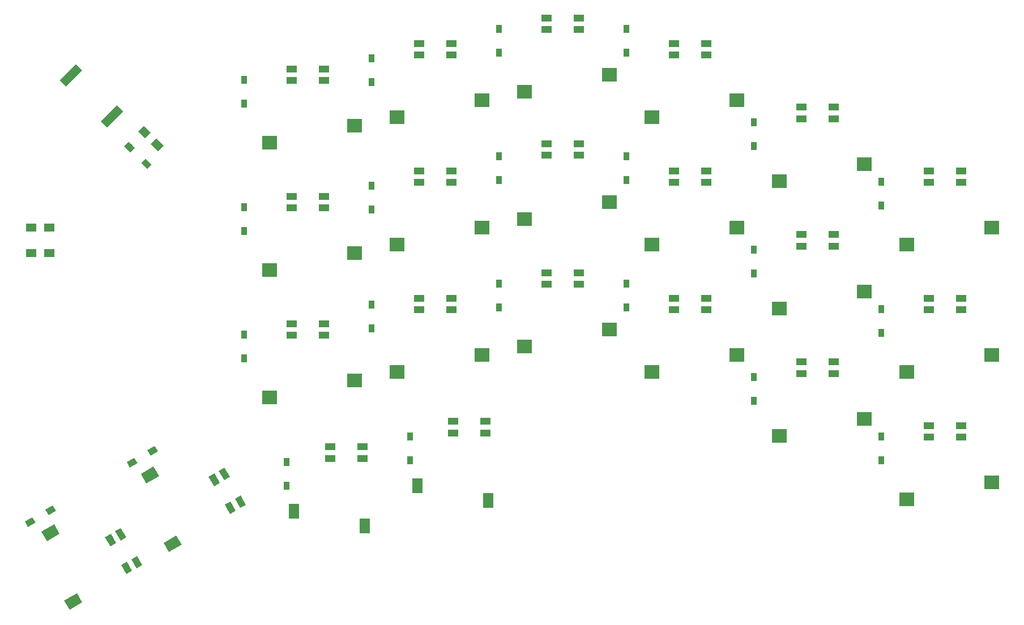
<source format=gbp>
G04 #@! TF.GenerationSoftware,KiCad,Pcbnew,5.0.2-bee76a0~70~ubuntu18.04.1*
G04 #@! TF.CreationDate,2019-06-13T02:51:26+09:00*
G04 #@! TF.ProjectId,fireflower44,66697265-666c-46f7-9765-7234342e6b69,rev?*
G04 #@! TF.SameCoordinates,Original*
G04 #@! TF.FileFunction,Paste,Bot*
G04 #@! TF.FilePolarity,Positive*
%FSLAX46Y46*%
G04 Gerber Fmt 4.6, Leading zero omitted, Abs format (unit mm)*
G04 Created by KiCad (PCBNEW 5.0.2-bee76a0~70~ubuntu18.04.1) date 2019年06月13日 02時51分26秒*
%MOMM*%
%LPD*%
G01*
G04 APERTURE LIST*
%ADD10R,1.600000X2.200000*%
%ADD11R,1.600000X1.000000*%
%ADD12R,1.500000X1.200000*%
%ADD13C,1.200000*%
%ADD14C,0.100000*%
%ADD15R,2.300000X2.000000*%
%ADD16C,1.600000*%
%ADD17C,1.000000*%
%ADD18C,1.300000*%
%ADD19R,0.950000X1.300000*%
%ADD20C,0.950000*%
G04 APERTURE END LIST*
D10*
G04 #@! TO.C,SW22*
X133610000Y-96705000D03*
X123010000Y-94505000D03*
G04 #@! TD*
D11*
G04 #@! TO.C,L16*
X128410000Y-86600000D03*
X128410000Y-84850000D03*
X133210000Y-84850000D03*
X133210000Y-86600000D03*
G04 #@! TD*
D12*
G04 #@! TO.C,R1*
X65325000Y-55880000D03*
X68025000Y-55880000D03*
G04 #@! TD*
G04 #@! TO.C,R2*
X65325000Y-59690000D03*
X68025000Y-59690000D03*
G04 #@! TD*
D13*
G04 #@! TO.C,R3*
X82230406Y-41590406D03*
D14*
G36*
X83185000Y-41696472D02*
X82336472Y-42545000D01*
X81275812Y-41484340D01*
X82124340Y-40635812D01*
X83185000Y-41696472D01*
X83185000Y-41696472D01*
G37*
D13*
X84139594Y-43499594D03*
D14*
G36*
X85094188Y-43605660D02*
X84245660Y-44454188D01*
X83185000Y-43393528D01*
X84033528Y-42545000D01*
X85094188Y-43605660D01*
X85094188Y-43605660D01*
G37*
G04 #@! TD*
D15*
G04 #@! TO.C,SW1*
X113680000Y-40680000D03*
X100980000Y-43220000D03*
G04 #@! TD*
G04 #@! TO.C,SW2*
X132730000Y-36870000D03*
X120030000Y-39410000D03*
G04 #@! TD*
G04 #@! TO.C,SW3*
X151780000Y-33060000D03*
X139080000Y-35600000D03*
G04 #@! TD*
G04 #@! TO.C,SW4*
X170830000Y-36870000D03*
X158130000Y-39410000D03*
G04 #@! TD*
G04 #@! TO.C,SW5*
X189880000Y-46395000D03*
X177180000Y-48935000D03*
G04 #@! TD*
G04 #@! TO.C,SW6*
X208930000Y-55920000D03*
X196230000Y-58460000D03*
G04 #@! TD*
G04 #@! TO.C,SW7*
X113680000Y-59730000D03*
X100980000Y-62270000D03*
G04 #@! TD*
G04 #@! TO.C,SW8*
X132730000Y-55920000D03*
X120030000Y-58460000D03*
G04 #@! TD*
G04 #@! TO.C,SW9*
X151780000Y-52110000D03*
X139080000Y-54650000D03*
G04 #@! TD*
G04 #@! TO.C,SW10*
X170830000Y-55920000D03*
X158130000Y-58460000D03*
G04 #@! TD*
G04 #@! TO.C,SW11*
X189880000Y-65445000D03*
X177180000Y-67985000D03*
G04 #@! TD*
G04 #@! TO.C,SW12*
X208930000Y-74970000D03*
X196230000Y-77510000D03*
G04 #@! TD*
G04 #@! TO.C,SW13*
X113680000Y-78780000D03*
X100980000Y-81320000D03*
G04 #@! TD*
G04 #@! TO.C,SW14*
X132730000Y-74970000D03*
X120030000Y-77510000D03*
G04 #@! TD*
G04 #@! TO.C,SW15*
X151780000Y-71160000D03*
X139080000Y-73700000D03*
G04 #@! TD*
G04 #@! TO.C,SW16*
X170830000Y-74970000D03*
X158130000Y-77510000D03*
G04 #@! TD*
G04 #@! TO.C,SW17*
X189880000Y-84495000D03*
X177180000Y-87035000D03*
G04 #@! TD*
G04 #@! TO.C,SW18*
X208930000Y-94020000D03*
X196230000Y-96560000D03*
G04 #@! TD*
D10*
G04 #@! TO.C,SW21*
X115195000Y-100515000D03*
X104595000Y-98315000D03*
G04 #@! TD*
D16*
G04 #@! TO.C,SW19*
X68206706Y-101521002D03*
D14*
G36*
X69559334Y-101663822D02*
X67654078Y-102763822D01*
X66854078Y-101378182D01*
X68759334Y-100278182D01*
X69559334Y-101663822D01*
X69559334Y-101663822D01*
G37*
D16*
X71601450Y-111800871D03*
D14*
G36*
X72954078Y-111943691D02*
X71048822Y-113043691D01*
X70248822Y-111658051D01*
X72154078Y-110558051D01*
X72954078Y-111943691D01*
X72954078Y-111943691D01*
G37*
G04 #@! TD*
D16*
G04 #@! TO.C,SW20*
X83065706Y-92885002D03*
D14*
G36*
X84418334Y-93027822D02*
X82513078Y-94127822D01*
X81713078Y-92742182D01*
X83618334Y-91642182D01*
X84418334Y-93027822D01*
X84418334Y-93027822D01*
G37*
D16*
X86460450Y-103164871D03*
D14*
G36*
X87813078Y-103307691D02*
X85907822Y-104407691D01*
X85107822Y-103022051D01*
X87013078Y-101922051D01*
X87813078Y-103307691D01*
X87813078Y-103307691D01*
G37*
G04 #@! TD*
D11*
G04 #@! TO.C,L1*
X142380000Y-26275000D03*
X142380000Y-24525000D03*
X147180000Y-24525000D03*
X147180000Y-26275000D03*
G04 #@! TD*
G04 #@! TO.C,L2*
X123330000Y-30085000D03*
X123330000Y-28335000D03*
X128130000Y-28335000D03*
X128130000Y-30085000D03*
G04 #@! TD*
G04 #@! TO.C,L3*
X104280000Y-33895000D03*
X104280000Y-32145000D03*
X109080000Y-32145000D03*
X109080000Y-33895000D03*
G04 #@! TD*
G04 #@! TO.C,L4*
X104280000Y-52945000D03*
X104280000Y-51195000D03*
X109080000Y-51195000D03*
X109080000Y-52945000D03*
G04 #@! TD*
G04 #@! TO.C,L5*
X123330000Y-49135000D03*
X123330000Y-47385000D03*
X128130000Y-47385000D03*
X128130000Y-49135000D03*
G04 #@! TD*
G04 #@! TO.C,L6*
X142380000Y-45071000D03*
X142380000Y-43321000D03*
X147180000Y-43321000D03*
X147180000Y-45071000D03*
G04 #@! TD*
G04 #@! TO.C,L7*
X161430000Y-30085000D03*
X161430000Y-28335000D03*
X166230000Y-28335000D03*
X166230000Y-30085000D03*
G04 #@! TD*
G04 #@! TO.C,L8*
X180480000Y-39610000D03*
X180480000Y-37860000D03*
X185280000Y-37860000D03*
X185280000Y-39610000D03*
G04 #@! TD*
G04 #@! TO.C,L9*
X161430000Y-49135000D03*
X161430000Y-47385000D03*
X166230000Y-47385000D03*
X166230000Y-49135000D03*
G04 #@! TD*
G04 #@! TO.C,L10*
X142380000Y-64375000D03*
X142380000Y-62625000D03*
X147180000Y-62625000D03*
X147180000Y-64375000D03*
G04 #@! TD*
G04 #@! TO.C,L11*
X123330000Y-68185000D03*
X123330000Y-66435000D03*
X128130000Y-66435000D03*
X128130000Y-68185000D03*
G04 #@! TD*
G04 #@! TO.C,L12*
X104280000Y-71995000D03*
X104280000Y-70245000D03*
X109080000Y-70245000D03*
X109080000Y-71995000D03*
G04 #@! TD*
D17*
G04 #@! TO.C,L13*
X77163228Y-102626039D03*
D14*
G36*
X76330215Y-102183219D02*
X77196241Y-101683219D01*
X77996241Y-103068859D01*
X77130215Y-103568859D01*
X76330215Y-102183219D01*
X76330215Y-102183219D01*
G37*
D17*
X78678772Y-101751039D03*
D14*
G36*
X77845759Y-101308219D02*
X78711785Y-100808219D01*
X79511785Y-102193859D01*
X78645759Y-102693859D01*
X77845759Y-101308219D01*
X77845759Y-101308219D01*
G37*
D17*
X81078772Y-105907961D03*
D14*
G36*
X80245759Y-105465141D02*
X81111785Y-104965141D01*
X81911785Y-106350781D01*
X81045759Y-106850781D01*
X80245759Y-105465141D01*
X80245759Y-105465141D01*
G37*
D17*
X79563228Y-106782961D03*
D14*
G36*
X78730215Y-106340141D02*
X79596241Y-105840141D01*
X80396241Y-107225781D01*
X79530215Y-107725781D01*
X78730215Y-106340141D01*
X78730215Y-106340141D01*
G37*
G04 #@! TD*
D17*
G04 #@! TO.C,L14*
X92657228Y-93609039D03*
D14*
G36*
X91824215Y-93166219D02*
X92690241Y-92666219D01*
X93490241Y-94051859D01*
X92624215Y-94551859D01*
X91824215Y-93166219D01*
X91824215Y-93166219D01*
G37*
D17*
X94172772Y-92734039D03*
D14*
G36*
X93339759Y-92291219D02*
X94205785Y-91791219D01*
X95005785Y-93176859D01*
X94139759Y-93676859D01*
X93339759Y-92291219D01*
X93339759Y-92291219D01*
G37*
D17*
X96572772Y-96890961D03*
D14*
G36*
X95739759Y-96448141D02*
X96605785Y-95948141D01*
X97405785Y-97333781D01*
X96539759Y-97833781D01*
X95739759Y-96448141D01*
X95739759Y-96448141D01*
G37*
D17*
X95057228Y-97765961D03*
D14*
G36*
X94224215Y-97323141D02*
X95090241Y-96823141D01*
X95890241Y-98208781D01*
X95024215Y-98708781D01*
X94224215Y-97323141D01*
X94224215Y-97323141D01*
G37*
G04 #@! TD*
D11*
G04 #@! TO.C,L15*
X109995000Y-90410000D03*
X109995000Y-88660000D03*
X114795000Y-88660000D03*
X114795000Y-90410000D03*
G04 #@! TD*
G04 #@! TO.C,L17*
X161430000Y-68185000D03*
X161430000Y-66435000D03*
X166230000Y-66435000D03*
X166230000Y-68185000D03*
G04 #@! TD*
G04 #@! TO.C,L18*
X180480000Y-58660000D03*
X180480000Y-56910000D03*
X185280000Y-56910000D03*
X185280000Y-58660000D03*
G04 #@! TD*
G04 #@! TO.C,L19*
X199530000Y-49135000D03*
X199530000Y-47385000D03*
X204330000Y-47385000D03*
X204330000Y-49135000D03*
G04 #@! TD*
G04 #@! TO.C,L20*
X199530000Y-68185000D03*
X199530000Y-66435000D03*
X204330000Y-66435000D03*
X204330000Y-68185000D03*
G04 #@! TD*
G04 #@! TO.C,L21*
X180480000Y-77710000D03*
X180480000Y-75960000D03*
X185280000Y-75960000D03*
X185280000Y-77710000D03*
G04 #@! TD*
G04 #@! TO.C,L22*
X199530000Y-87235000D03*
X199530000Y-85485000D03*
X204330000Y-85485000D03*
X204330000Y-87235000D03*
G04 #@! TD*
D18*
G04 #@! TO.C,LS1*
X71238086Y-33100086D03*
D14*
G36*
X72899787Y-32357624D02*
X70495624Y-34761787D01*
X69576385Y-33842548D01*
X71980548Y-31438385D01*
X72899787Y-32357624D01*
X72899787Y-32357624D01*
G37*
D18*
X77389914Y-39251914D03*
D14*
G36*
X79051615Y-38509452D02*
X76647452Y-40913615D01*
X75728213Y-39994376D01*
X78132376Y-37590213D01*
X79051615Y-38509452D01*
X79051615Y-38509452D01*
G37*
G04 #@! TD*
D19*
G04 #@! TO.C,D1*
X97155000Y-37335000D03*
X97155000Y-33785000D03*
G04 #@! TD*
G04 #@! TO.C,D2*
X116205000Y-34160000D03*
X116205000Y-30610000D03*
G04 #@! TD*
G04 #@! TO.C,D3*
X135255000Y-26165000D03*
X135255000Y-29715000D03*
G04 #@! TD*
G04 #@! TO.C,D4*
X154305000Y-26165000D03*
X154305000Y-29715000D03*
G04 #@! TD*
G04 #@! TO.C,D5*
X173355000Y-43685000D03*
X173355000Y-40135000D03*
G04 #@! TD*
G04 #@! TO.C,D6*
X192405000Y-49025000D03*
X192405000Y-52575000D03*
G04 #@! TD*
G04 #@! TO.C,D7*
X97155000Y-52835000D03*
X97155000Y-56385000D03*
G04 #@! TD*
G04 #@! TO.C,D8*
X116205000Y-53210000D03*
X116205000Y-49660000D03*
G04 #@! TD*
G04 #@! TO.C,D9*
X135255000Y-45215000D03*
X135255000Y-48765000D03*
G04 #@! TD*
G04 #@! TO.C,D10*
X154305000Y-45215000D03*
X154305000Y-48765000D03*
G04 #@! TD*
G04 #@! TO.C,D11*
X173355000Y-59185000D03*
X173355000Y-62735000D03*
G04 #@! TD*
G04 #@! TO.C,D12*
X192405000Y-68075000D03*
X192405000Y-71625000D03*
G04 #@! TD*
G04 #@! TO.C,D13*
X97155000Y-71885000D03*
X97155000Y-75435000D03*
G04 #@! TD*
G04 #@! TO.C,D14*
X116205000Y-67440000D03*
X116205000Y-70990000D03*
G04 #@! TD*
G04 #@! TO.C,D15*
X135255000Y-67815000D03*
X135255000Y-64265000D03*
G04 #@! TD*
G04 #@! TO.C,D16*
X154305000Y-67815000D03*
X154305000Y-64265000D03*
G04 #@! TD*
G04 #@! TO.C,D17*
X173355000Y-81785000D03*
X173355000Y-78235000D03*
G04 #@! TD*
G04 #@! TO.C,D18*
X192405000Y-90675000D03*
X192405000Y-87125000D03*
G04 #@! TD*
D20*
G04 #@! TO.C,D19*
X65137805Y-99947500D03*
D14*
G36*
X65463222Y-99211138D02*
X65938222Y-100033862D01*
X64812388Y-100683862D01*
X64337388Y-99861138D01*
X65463222Y-99211138D01*
X65463222Y-99211138D01*
G37*
D20*
X68212195Y-98172500D03*
D14*
G36*
X68537612Y-97436138D02*
X69012612Y-98258862D01*
X67886778Y-98908862D01*
X67411778Y-98086138D01*
X68537612Y-97436138D01*
X68537612Y-97436138D01*
G37*
G04 #@! TD*
D20*
G04 #@! TO.C,D20*
X80377805Y-91057500D03*
D14*
G36*
X80703222Y-90321138D02*
X81178222Y-91143862D01*
X80052388Y-91793862D01*
X79577388Y-90971138D01*
X80703222Y-90321138D01*
X80703222Y-90321138D01*
G37*
D20*
X83452195Y-89282500D03*
D14*
G36*
X83777612Y-88546138D02*
X84252612Y-89368862D01*
X83126778Y-90018862D01*
X82651778Y-89196138D01*
X83777612Y-88546138D01*
X83777612Y-88546138D01*
G37*
G04 #@! TD*
D19*
G04 #@! TO.C,D21*
X103505000Y-90935000D03*
X103505000Y-94485000D03*
G04 #@! TD*
G04 #@! TO.C,D22*
X121920000Y-90675000D03*
X121920000Y-87125000D03*
G04 #@! TD*
D20*
G04 #@! TO.C,D23*
X82520215Y-46325215D03*
D14*
G36*
X81724720Y-46201471D02*
X82396471Y-45529720D01*
X83315710Y-46448959D01*
X82643959Y-47120710D01*
X81724720Y-46201471D01*
X81724720Y-46201471D01*
G37*
D20*
X80009985Y-43814985D03*
D14*
G36*
X79214490Y-43691241D02*
X79886241Y-43019490D01*
X80805480Y-43938729D01*
X80133729Y-44610480D01*
X79214490Y-43691241D01*
X79214490Y-43691241D01*
G37*
G04 #@! TD*
M02*

</source>
